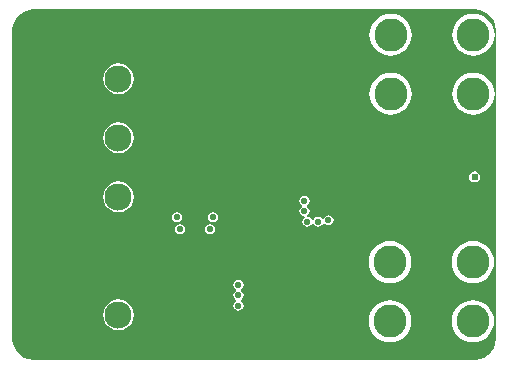
<source format=gbl>
G04*
G04 #@! TF.GenerationSoftware,Altium Limited,Altium Designer,20.1.14 (287)*
G04*
G04 Layer_Physical_Order=4*
G04 Layer_Color=16711680*
%FSAX25Y25*%
%MOIN*%
G70*
G04*
G04 #@! TF.SameCoordinates,0E288BC8-C536-4CC5-9AEF-3088BE1C8A18*
G04*
G04*
G04 #@! TF.FilePolarity,Positive*
G04*
G01*
G75*
%ADD41C,0.11024*%
%ADD42C,0.09055*%
%ADD43C,0.02100*%
%ADD44C,0.02400*%
G36*
X0157914Y0119141D02*
X0159334Y0118553D01*
X0160612Y0117699D01*
X0161699Y0116612D01*
X0162553Y0115334D01*
X0163141Y0113914D01*
X0163441Y0112406D01*
Y0111638D01*
X0163441Y0111638D01*
X0163441Y0111637D01*
X0163461Y0010240D01*
X0163441Y0010142D01*
Y0009374D01*
X0163141Y0007866D01*
X0162553Y0006446D01*
X0161699Y0005168D01*
X0160612Y0004081D01*
X0159334Y0003227D01*
X0157914Y0002639D01*
X0156406Y0002339D01*
X0009074D01*
X0007566Y0002639D01*
X0006146Y0003227D01*
X0004868Y0004081D01*
X0003781Y0005168D01*
X0002927Y0006446D01*
X0002339Y0007866D01*
X0002039Y0009374D01*
Y0010100D01*
Y0111638D01*
Y0112406D01*
X0002339Y0113914D01*
X0002927Y0115334D01*
X0003781Y0116612D01*
X0004868Y0117699D01*
X0006146Y0118553D01*
X0007566Y0119141D01*
X0009074Y0119441D01*
X0156406D01*
X0157914Y0119141D01*
D02*
G37*
%LPC*%
G36*
X0155799Y0117888D02*
X0154425Y0117753D01*
X0153103Y0117352D01*
X0151885Y0116701D01*
X0150817Y0115825D01*
X0149941Y0114757D01*
X0149290Y0113539D01*
X0148889Y0112217D01*
X0148753Y0110843D01*
X0148889Y0109468D01*
X0149290Y0108146D01*
X0149941Y0106928D01*
X0150817Y0105860D01*
X0151885Y0104984D01*
X0153103Y0104333D01*
X0154425Y0103932D01*
X0155799Y0103797D01*
X0157174Y0103932D01*
X0158495Y0104333D01*
X0159714Y0104984D01*
X0160781Y0105860D01*
X0161658Y0106928D01*
X0162309Y0108146D01*
X0162710Y0109468D01*
X0162845Y0110843D01*
X0162710Y0112217D01*
X0162309Y0113539D01*
X0161658Y0114757D01*
X0160781Y0115825D01*
X0159714Y0116701D01*
X0158495Y0117352D01*
X0157174Y0117753D01*
X0155799Y0117888D01*
D02*
G37*
G36*
X0128201D02*
X0126826Y0117753D01*
X0125505Y0117352D01*
X0124286Y0116701D01*
X0123219Y0115825D01*
X0122343Y0114757D01*
X0121691Y0113539D01*
X0121290Y0112217D01*
X0121155Y0110843D01*
X0121290Y0109468D01*
X0121691Y0108146D01*
X0122343Y0106928D01*
X0123219Y0105860D01*
X0124286Y0104984D01*
X0125505Y0104333D01*
X0126826Y0103932D01*
X0128201Y0103797D01*
X0129575Y0103932D01*
X0130897Y0104333D01*
X0132115Y0104984D01*
X0133183Y0105860D01*
X0134059Y0106928D01*
X0134710Y0108146D01*
X0135111Y0109468D01*
X0135247Y0110843D01*
X0135111Y0112217D01*
X0134710Y0113539D01*
X0134059Y0114757D01*
X0133183Y0115825D01*
X0132115Y0116701D01*
X0130897Y0117352D01*
X0129575Y0117753D01*
X0128201Y0117888D01*
D02*
G37*
G36*
X0037500Y0101357D02*
X0036161Y0101181D01*
X0034914Y0100664D01*
X0033843Y0099842D01*
X0033021Y0098771D01*
X0032504Y0097524D01*
X0032328Y0096185D01*
X0032504Y0094846D01*
X0033021Y0093599D01*
X0033843Y0092528D01*
X0034914Y0091706D01*
X0036161Y0091189D01*
X0037500Y0091013D01*
X0038839Y0091189D01*
X0040086Y0091706D01*
X0041157Y0092528D01*
X0041979Y0093599D01*
X0042496Y0094846D01*
X0042672Y0096185D01*
X0042496Y0097524D01*
X0041979Y0098771D01*
X0041157Y0099842D01*
X0040086Y0100664D01*
X0038839Y0101181D01*
X0037500Y0101357D01*
D02*
G37*
G36*
X0155799Y0098203D02*
X0154425Y0098068D01*
X0153103Y0097667D01*
X0151885Y0097016D01*
X0150817Y0096140D01*
X0149941Y0095072D01*
X0149290Y0093854D01*
X0148889Y0092532D01*
X0148753Y0091158D01*
X0148889Y0089783D01*
X0149290Y0088461D01*
X0149941Y0087243D01*
X0150817Y0086175D01*
X0151885Y0085299D01*
X0153103Y0084648D01*
X0154425Y0084247D01*
X0155799Y0084112D01*
X0157174Y0084247D01*
X0158495Y0084648D01*
X0159714Y0085299D01*
X0160781Y0086175D01*
X0161658Y0087243D01*
X0162309Y0088461D01*
X0162710Y0089783D01*
X0162845Y0091158D01*
X0162710Y0092532D01*
X0162309Y0093854D01*
X0161658Y0095072D01*
X0160781Y0096140D01*
X0159714Y0097016D01*
X0158495Y0097667D01*
X0157174Y0098068D01*
X0155799Y0098203D01*
D02*
G37*
G36*
X0128201D02*
X0126826Y0098068D01*
X0125505Y0097667D01*
X0124286Y0097016D01*
X0123219Y0096140D01*
X0122343Y0095072D01*
X0121691Y0093854D01*
X0121290Y0092532D01*
X0121155Y0091158D01*
X0121290Y0089783D01*
X0121691Y0088461D01*
X0122343Y0087243D01*
X0123219Y0086175D01*
X0124286Y0085299D01*
X0125505Y0084648D01*
X0126826Y0084247D01*
X0128201Y0084112D01*
X0129575Y0084247D01*
X0130897Y0084648D01*
X0132115Y0085299D01*
X0133183Y0086175D01*
X0134059Y0087243D01*
X0134710Y0088461D01*
X0135111Y0089783D01*
X0135247Y0091158D01*
X0135111Y0092532D01*
X0134710Y0093854D01*
X0134059Y0095072D01*
X0133183Y0096140D01*
X0132115Y0097016D01*
X0130897Y0097667D01*
X0129575Y0098068D01*
X0128201Y0098203D01*
D02*
G37*
G36*
X0037500Y0081672D02*
X0036161Y0081496D01*
X0034914Y0080979D01*
X0033843Y0080157D01*
X0033021Y0079086D01*
X0032504Y0077839D01*
X0032328Y0076500D01*
X0032504Y0075161D01*
X0033021Y0073914D01*
X0033843Y0072843D01*
X0034914Y0072021D01*
X0036161Y0071504D01*
X0037500Y0071328D01*
X0038839Y0071504D01*
X0040086Y0072021D01*
X0041157Y0072843D01*
X0041979Y0073914D01*
X0042496Y0075161D01*
X0042672Y0076500D01*
X0042496Y0077839D01*
X0041979Y0079086D01*
X0041157Y0080157D01*
X0040086Y0080979D01*
X0038839Y0081496D01*
X0037500Y0081672D01*
D02*
G37*
G36*
X0156184Y0065346D02*
X0155481Y0065206D01*
X0154886Y0064808D01*
X0154488Y0064213D01*
X0154348Y0063511D01*
X0154488Y0062808D01*
X0154886Y0062213D01*
X0155481Y0061815D01*
X0156184Y0061675D01*
X0156886Y0061815D01*
X0157481Y0062213D01*
X0157879Y0062808D01*
X0158019Y0063511D01*
X0157879Y0064213D01*
X0157481Y0064808D01*
X0156886Y0065206D01*
X0156184Y0065346D01*
D02*
G37*
G36*
X0037500Y0061987D02*
X0036161Y0061810D01*
X0034914Y0061294D01*
X0033843Y0060472D01*
X0033021Y0059401D01*
X0032504Y0058153D01*
X0032328Y0056815D01*
X0032504Y0055476D01*
X0033021Y0054229D01*
X0033843Y0053158D01*
X0034914Y0052336D01*
X0036161Y0051819D01*
X0037500Y0051643D01*
X0038839Y0051819D01*
X0040086Y0052336D01*
X0041157Y0053158D01*
X0041979Y0054229D01*
X0042496Y0055476D01*
X0042672Y0056815D01*
X0042496Y0058153D01*
X0041979Y0059401D01*
X0041157Y0060472D01*
X0040086Y0061294D01*
X0038839Y0061810D01*
X0037500Y0061987D01*
D02*
G37*
G36*
X0069000Y0051682D02*
X0068356Y0051554D01*
X0067810Y0051190D01*
X0067446Y0050644D01*
X0067318Y0050000D01*
X0067446Y0049356D01*
X0067810Y0048810D01*
X0068356Y0048446D01*
X0069000Y0048318D01*
X0069644Y0048446D01*
X0070190Y0048810D01*
X0070554Y0049356D01*
X0070682Y0050000D01*
X0070554Y0050644D01*
X0070190Y0051190D01*
X0069644Y0051554D01*
X0069000Y0051682D01*
D02*
G37*
G36*
X0057000D02*
X0056356Y0051554D01*
X0055810Y0051190D01*
X0055446Y0050644D01*
X0055318Y0050000D01*
X0055446Y0049356D01*
X0055810Y0048810D01*
X0056356Y0048446D01*
X0057000Y0048318D01*
X0057644Y0048446D01*
X0058190Y0048810D01*
X0058554Y0049356D01*
X0058682Y0050000D01*
X0058554Y0050644D01*
X0058190Y0051190D01*
X0057644Y0051554D01*
X0057000Y0051682D01*
D02*
G37*
G36*
X0099500Y0057182D02*
X0098856Y0057054D01*
X0098310Y0056690D01*
X0097946Y0056144D01*
X0097818Y0055500D01*
X0097946Y0054856D01*
X0098310Y0054310D01*
X0098733Y0054028D01*
X0098764Y0053908D01*
Y0053592D01*
X0098733Y0053472D01*
X0098310Y0053190D01*
X0097946Y0052644D01*
X0097818Y0052000D01*
X0097946Y0051356D01*
X0098310Y0050810D01*
X0098856Y0050446D01*
X0099385Y0050341D01*
X0099526Y0049963D01*
X0099535Y0049840D01*
X0099310Y0049690D01*
X0098946Y0049144D01*
X0098818Y0048500D01*
X0098946Y0047856D01*
X0099310Y0047310D01*
X0099856Y0046946D01*
X0100500Y0046818D01*
X0101144Y0046946D01*
X0101690Y0047310D01*
X0101972Y0047733D01*
X0102092Y0047765D01*
X0102408D01*
X0102528Y0047733D01*
X0102810Y0047310D01*
X0103356Y0046946D01*
X0104000Y0046818D01*
X0104644Y0046946D01*
X0105190Y0047310D01*
X0105554Y0047856D01*
X0105583Y0047999D01*
X0106114Y0048105D01*
X0106310Y0047810D01*
X0106856Y0047446D01*
X0107500Y0047318D01*
X0108144Y0047446D01*
X0108690Y0047810D01*
X0109054Y0048356D01*
X0109182Y0049000D01*
X0109054Y0049644D01*
X0108690Y0050190D01*
X0108144Y0050554D01*
X0107500Y0050682D01*
X0106856Y0050554D01*
X0106310Y0050190D01*
X0105946Y0049644D01*
X0105917Y0049501D01*
X0105386Y0049395D01*
X0105190Y0049690D01*
X0104644Y0050054D01*
X0104000Y0050182D01*
X0103356Y0050054D01*
X0102810Y0049690D01*
X0102528Y0049267D01*
X0102408Y0049235D01*
X0102092D01*
X0101972Y0049267D01*
X0101690Y0049690D01*
X0101144Y0050054D01*
X0100615Y0050159D01*
X0100474Y0050537D01*
X0100465Y0050660D01*
X0100690Y0050810D01*
X0101054Y0051356D01*
X0101182Y0052000D01*
X0101054Y0052644D01*
X0100690Y0053190D01*
X0100267Y0053472D01*
X0100235Y0053592D01*
Y0053908D01*
X0100267Y0054028D01*
X0100690Y0054310D01*
X0101054Y0054856D01*
X0101182Y0055500D01*
X0101054Y0056144D01*
X0100690Y0056690D01*
X0100144Y0057054D01*
X0099500Y0057182D01*
D02*
G37*
G36*
X0068000Y0047682D02*
X0067356Y0047554D01*
X0066810Y0047190D01*
X0066446Y0046644D01*
X0066318Y0046000D01*
X0066446Y0045356D01*
X0066810Y0044810D01*
X0067356Y0044446D01*
X0068000Y0044318D01*
X0068644Y0044446D01*
X0069190Y0044810D01*
X0069554Y0045356D01*
X0069682Y0046000D01*
X0069554Y0046644D01*
X0069190Y0047190D01*
X0068644Y0047554D01*
X0068000Y0047682D01*
D02*
G37*
G36*
X0058000D02*
X0057356Y0047554D01*
X0056810Y0047190D01*
X0056446Y0046644D01*
X0056318Y0046000D01*
X0056446Y0045356D01*
X0056810Y0044810D01*
X0057356Y0044446D01*
X0058000Y0044318D01*
X0058644Y0044446D01*
X0059190Y0044810D01*
X0059554Y0045356D01*
X0059682Y0046000D01*
X0059554Y0046644D01*
X0059190Y0047190D01*
X0058644Y0047554D01*
X0058000Y0047682D01*
D02*
G37*
G36*
X0155598Y0042046D02*
X0154224Y0041910D01*
X0152902Y0041509D01*
X0151684Y0040858D01*
X0150616Y0039982D01*
X0149740Y0038914D01*
X0149089Y0037696D01*
X0148688Y0036375D01*
X0148553Y0035000D01*
X0148688Y0033625D01*
X0149089Y0032304D01*
X0149740Y0031086D01*
X0150616Y0030018D01*
X0151684Y0029142D01*
X0152902Y0028491D01*
X0154224Y0028090D01*
X0155598Y0027954D01*
X0156973Y0028090D01*
X0158295Y0028491D01*
X0159513Y0029142D01*
X0160581Y0030018D01*
X0161457Y0031086D01*
X0162108Y0032304D01*
X0162509Y0033625D01*
X0162644Y0035000D01*
X0162509Y0036375D01*
X0162108Y0037696D01*
X0161457Y0038914D01*
X0160581Y0039982D01*
X0159513Y0040858D01*
X0158295Y0041509D01*
X0156973Y0041910D01*
X0155598Y0042046D01*
D02*
G37*
G36*
X0128000D02*
X0126625Y0041910D01*
X0125304Y0041509D01*
X0124086Y0040858D01*
X0123018Y0039982D01*
X0122142Y0038914D01*
X0121491Y0037696D01*
X0121090Y0036375D01*
X0120954Y0035000D01*
X0121090Y0033625D01*
X0121491Y0032304D01*
X0122142Y0031086D01*
X0123018Y0030018D01*
X0124086Y0029142D01*
X0125304Y0028491D01*
X0126625Y0028090D01*
X0128000Y0027954D01*
X0129375Y0028090D01*
X0130696Y0028491D01*
X0131914Y0029142D01*
X0132982Y0030018D01*
X0133858Y0031086D01*
X0134509Y0032304D01*
X0134910Y0033625D01*
X0135046Y0035000D01*
X0134910Y0036375D01*
X0134509Y0037696D01*
X0133858Y0038914D01*
X0132982Y0039982D01*
X0131914Y0040858D01*
X0130696Y0041509D01*
X0129375Y0041910D01*
X0128000Y0042046D01*
D02*
G37*
G36*
X0077500Y0029182D02*
X0076856Y0029054D01*
X0076310Y0028690D01*
X0075946Y0028144D01*
X0075818Y0027500D01*
X0075946Y0026856D01*
X0076310Y0026310D01*
X0076733Y0026028D01*
X0076765Y0025908D01*
Y0025592D01*
X0076733Y0025472D01*
X0076310Y0025190D01*
X0075946Y0024644D01*
X0075818Y0024000D01*
X0075946Y0023356D01*
X0076310Y0022810D01*
X0076733Y0022528D01*
X0076765Y0022408D01*
Y0022092D01*
X0076733Y0021972D01*
X0076310Y0021690D01*
X0075946Y0021144D01*
X0075818Y0020500D01*
X0075946Y0019856D01*
X0076310Y0019310D01*
X0076856Y0018946D01*
X0077500Y0018818D01*
X0078144Y0018946D01*
X0078690Y0019310D01*
X0079054Y0019856D01*
X0079182Y0020500D01*
X0079054Y0021144D01*
X0078690Y0021690D01*
X0078267Y0021972D01*
X0078236Y0022092D01*
Y0022408D01*
X0078267Y0022528D01*
X0078690Y0022810D01*
X0079054Y0023356D01*
X0079182Y0024000D01*
X0079054Y0024644D01*
X0078690Y0025190D01*
X0078267Y0025472D01*
X0078236Y0025592D01*
Y0025908D01*
X0078267Y0026028D01*
X0078690Y0026310D01*
X0079054Y0026856D01*
X0079182Y0027500D01*
X0079054Y0028144D01*
X0078690Y0028690D01*
X0078144Y0029054D01*
X0077500Y0029182D01*
D02*
G37*
G36*
X0037500Y0022617D02*
X0036161Y0022441D01*
X0034914Y0021924D01*
X0033843Y0021102D01*
X0033021Y0020031D01*
X0032504Y0018783D01*
X0032328Y0017445D01*
X0032504Y0016106D01*
X0033021Y0014859D01*
X0033843Y0013788D01*
X0034914Y0012966D01*
X0036161Y0012449D01*
X0037500Y0012273D01*
X0038839Y0012449D01*
X0040086Y0012966D01*
X0041157Y0013788D01*
X0041979Y0014859D01*
X0042496Y0016106D01*
X0042672Y0017445D01*
X0042496Y0018783D01*
X0041979Y0020031D01*
X0041157Y0021102D01*
X0040086Y0021924D01*
X0038839Y0022441D01*
X0037500Y0022617D01*
D02*
G37*
G36*
X0155598Y0022361D02*
X0154224Y0022225D01*
X0152902Y0021824D01*
X0151684Y0021173D01*
X0150616Y0020297D01*
X0149740Y0019229D01*
X0149089Y0018011D01*
X0148688Y0016690D01*
X0148553Y0015315D01*
X0148688Y0013940D01*
X0149089Y0012619D01*
X0149740Y0011401D01*
X0150616Y0010333D01*
X0151684Y0009457D01*
X0152902Y0008805D01*
X0154224Y0008405D01*
X0155598Y0008269D01*
X0156973Y0008405D01*
X0158295Y0008805D01*
X0159513Y0009457D01*
X0160581Y0010333D01*
X0161457Y0011401D01*
X0162108Y0012619D01*
X0162509Y0013940D01*
X0162644Y0015315D01*
X0162509Y0016690D01*
X0162108Y0018011D01*
X0161457Y0019229D01*
X0160581Y0020297D01*
X0159513Y0021173D01*
X0158295Y0021824D01*
X0156973Y0022225D01*
X0155598Y0022361D01*
D02*
G37*
G36*
X0128000D02*
X0126625Y0022225D01*
X0125304Y0021824D01*
X0124086Y0021173D01*
X0123018Y0020297D01*
X0122142Y0019229D01*
X0121491Y0018011D01*
X0121090Y0016690D01*
X0120954Y0015315D01*
X0121090Y0013940D01*
X0121491Y0012619D01*
X0122142Y0011401D01*
X0123018Y0010333D01*
X0124086Y0009457D01*
X0125304Y0008805D01*
X0126625Y0008405D01*
X0128000Y0008269D01*
X0129375Y0008405D01*
X0130696Y0008805D01*
X0131914Y0009457D01*
X0132982Y0010333D01*
X0133858Y0011401D01*
X0134509Y0012619D01*
X0134910Y0013940D01*
X0135046Y0015315D01*
X0134910Y0016690D01*
X0134509Y0018011D01*
X0133858Y0019229D01*
X0132982Y0020297D01*
X0131914Y0021173D01*
X0130696Y0021824D01*
X0129375Y0022225D01*
X0128000Y0022361D01*
D02*
G37*
%LPD*%
D41*
X0128201Y0091158D02*
D03*
Y0110843D02*
D03*
X0155799Y0091158D02*
D03*
Y0110843D02*
D03*
X0128000Y0015315D02*
D03*
Y0035000D02*
D03*
X0155598Y0015315D02*
D03*
Y0035000D02*
D03*
D42*
X0037500Y0037130D02*
D03*
Y0017445D02*
D03*
Y0056815D02*
D03*
Y0076500D02*
D03*
Y0096185D02*
D03*
D43*
X0121500Y0084000D02*
D03*
X0107500Y0049000D02*
D03*
X0099500Y0055500D02*
D03*
X0104000Y0048500D02*
D03*
X0100500D02*
D03*
X0099500Y0052000D02*
D03*
X0099000Y0031500D02*
D03*
Y0035000D02*
D03*
X0087500Y0042000D02*
D03*
X0075000Y0033500D02*
D03*
X0077500Y0032000D02*
D03*
X0078000Y0035500D02*
D03*
X0077500Y0020500D02*
D03*
Y0027500D02*
D03*
Y0024000D02*
D03*
X0093000Y0012000D02*
D03*
X0068000Y0046000D02*
D03*
X0058000D02*
D03*
X0069000Y0050000D02*
D03*
X0057000D02*
D03*
X0156000Y0059000D02*
D03*
X0148000Y0049000D02*
D03*
X0156000Y0055500D02*
D03*
X0155500Y0051000D02*
D03*
X0152000Y0049000D02*
D03*
X0089000Y0012000D02*
D03*
X0099000Y0017000D02*
D03*
X0098000Y0013000D02*
D03*
X0087000Y0007000D02*
D03*
X0079000D02*
D03*
X0076000Y0010000D02*
D03*
Y0014000D02*
D03*
X0068000Y0061000D02*
D03*
Y0073000D02*
D03*
X0118500Y0090000D02*
D03*
X0110500Y0084000D02*
D03*
X0114000Y0090000D02*
D03*
X0110500Y0087500D02*
D03*
X0080000Y0085000D02*
D03*
X0079500Y0089000D02*
D03*
X0076000Y0091000D02*
D03*
X0070000D02*
D03*
X0066500Y0089000D02*
D03*
X0066000Y0085000D02*
D03*
X0162000Y0081000D02*
D03*
X0158000D02*
D03*
X0154000Y0080000D02*
D03*
X0153000Y0076000D02*
D03*
Y0072000D02*
D03*
X0078000Y0073000D02*
D03*
X0088000Y0078000D02*
D03*
Y0074000D02*
D03*
X0118000Y0071000D02*
D03*
Y0067000D02*
D03*
X0110000Y0071000D02*
D03*
Y0067000D02*
D03*
X0100000Y0071000D02*
D03*
Y0067000D02*
D03*
D44*
X0156184Y0063511D02*
D03*
M02*

</source>
